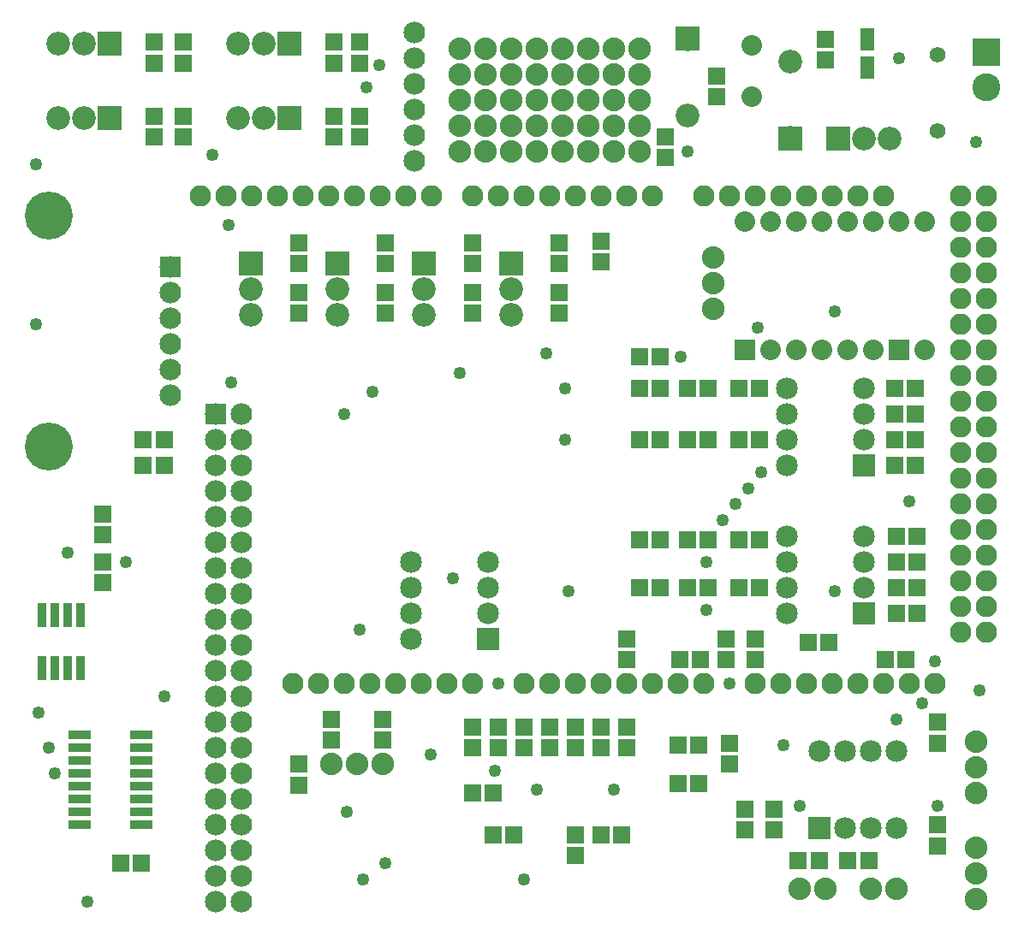
<source format=gts>
G04 MADE WITH FRITZING*
G04 WWW.FRITZING.ORG*
G04 DOUBLE SIDED*
G04 HOLES PLATED*
G04 CONTOUR ON CENTER OF CONTOUR VECTOR*
%ASAXBY*%
%FSLAX23Y23*%
%MOIN*%
%OFA0B0*%
%SFA1.0B1.0*%
%ADD10C,0.049370*%
%ADD11C,0.080000*%
%ADD12C,0.084000*%
%ADD13C,0.085000*%
%ADD14C,0.187165*%
%ADD15C,0.088000*%
%ADD16C,0.082917*%
%ADD17C,0.092000*%
%ADD18C,0.061496*%
%ADD19C,0.109055*%
%ADD20R,0.034000X0.097000*%
%ADD21R,0.065118X0.069055*%
%ADD22R,0.057244X0.088740*%
%ADD23R,0.090000X0.036000*%
%ADD24R,0.069055X0.065118*%
%ADD25R,0.085000X0.085000*%
%ADD26R,0.084000X0.084000*%
%ADD27R,0.080000X0.080000*%
%ADD28R,0.092000X0.092000*%
%ADD29R,0.109055X0.109055*%
%LNMASK1*%
G90*
G70*
G54D10*
X207Y1663D03*
X282Y301D03*
X94Y1038D03*
X2157Y1513D03*
X3432Y1013D03*
X3757Y1126D03*
X832Y2938D03*
X1282Y2201D03*
G54D11*
X2869Y3638D03*
X2869Y3438D03*
G54D10*
X157Y801D03*
X132Y901D03*
X1444Y451D03*
X1869Y813D03*
X2332Y738D03*
X1619Y876D03*
X1294Y651D03*
G54D12*
X1557Y3688D03*
X1557Y3588D03*
X1557Y3488D03*
X1557Y3388D03*
X1557Y3288D03*
X1557Y3188D03*
X1557Y3688D03*
X1557Y3588D03*
X1557Y3488D03*
X1557Y3388D03*
X1557Y3288D03*
X1557Y3188D03*
G54D13*
X1844Y1326D03*
X1544Y1326D03*
X1844Y1426D03*
X1544Y1426D03*
X1844Y1526D03*
X1544Y1526D03*
X1844Y1626D03*
X1544Y1626D03*
G54D10*
X432Y1626D03*
X3057Y676D03*
X3582Y1238D03*
G54D13*
X3307Y1426D03*
X3007Y1426D03*
X3307Y1526D03*
X3007Y1526D03*
X3307Y1626D03*
X3007Y1626D03*
X3307Y1726D03*
X3007Y1726D03*
X3307Y2001D03*
X3007Y2001D03*
X3307Y2101D03*
X3007Y2101D03*
X3307Y2201D03*
X3007Y2201D03*
X3307Y2301D03*
X3007Y2301D03*
G54D10*
X2619Y3226D03*
X1732Y2363D03*
X2069Y2438D03*
X1394Y2288D03*
X2807Y1851D03*
X2757Y1788D03*
X2857Y1913D03*
X2907Y1976D03*
X769Y3213D03*
X1369Y3476D03*
X1419Y3563D03*
X3594Y676D03*
X3532Y1076D03*
X2594Y2426D03*
X1357Y388D03*
G54D14*
X132Y2076D03*
X132Y2976D03*
G54D10*
X1982Y388D03*
X3194Y1513D03*
X1344Y1363D03*
X1882Y1151D03*
X82Y3176D03*
X2994Y913D03*
X582Y1101D03*
X2782Y1151D03*
X1707Y1563D03*
X3744Y3263D03*
X3194Y2601D03*
G54D12*
X607Y2776D03*
X607Y2676D03*
X607Y2576D03*
X607Y2476D03*
X607Y2376D03*
X607Y2276D03*
G54D10*
X2144Y2301D03*
X2144Y2101D03*
X3482Y1863D03*
X844Y2326D03*
G54D11*
X3544Y2951D03*
X3544Y2451D03*
X3444Y2951D03*
X3444Y2451D03*
X3344Y2951D03*
X3344Y2451D03*
X3244Y2951D03*
X3244Y2451D03*
X3144Y2951D03*
X3144Y2451D03*
X3044Y2951D03*
X3044Y2451D03*
X2944Y2951D03*
X2944Y2451D03*
X2844Y2951D03*
X2844Y2451D03*
G54D10*
X3444Y3588D03*
X2032Y738D03*
G54D15*
X1732Y3226D03*
X1732Y3326D03*
X1732Y3426D03*
X1732Y3526D03*
X1732Y3626D03*
X2432Y3226D03*
X2432Y3326D03*
X2432Y3426D03*
X2432Y3526D03*
X2432Y3626D03*
X2232Y3626D03*
X2232Y3526D03*
X2232Y3426D03*
X2032Y3426D03*
X2032Y3626D03*
X2032Y3526D03*
X2032Y3226D03*
X2032Y3326D03*
X1832Y3526D03*
X1832Y3626D03*
X2332Y3226D03*
X1932Y3626D03*
X1932Y3426D03*
X1932Y3226D03*
X1932Y3326D03*
X2332Y3626D03*
X2332Y3526D03*
X2332Y3426D03*
X1832Y3226D03*
X1832Y3326D03*
X2132Y3426D03*
X1932Y3526D03*
X2132Y3226D03*
X2132Y3326D03*
X1432Y838D03*
X1332Y838D03*
X1232Y838D03*
X2132Y3626D03*
X2132Y3526D03*
X2332Y3326D03*
X1832Y3426D03*
X2232Y3226D03*
X2232Y3326D03*
G54D10*
X2894Y2538D03*
X82Y2551D03*
G54D13*
X3132Y588D03*
X3132Y888D03*
X3232Y588D03*
X3232Y888D03*
X3332Y588D03*
X3332Y888D03*
X3432Y588D03*
X3432Y888D03*
G54D12*
X882Y2201D03*
X882Y2101D03*
X882Y2001D03*
X882Y1901D03*
X882Y1801D03*
X882Y1701D03*
X882Y1601D03*
X882Y1501D03*
X882Y1401D03*
X882Y1301D03*
X882Y1201D03*
X882Y1101D03*
X882Y1001D03*
X882Y901D03*
X882Y801D03*
X882Y701D03*
X882Y601D03*
X882Y501D03*
X882Y401D03*
X882Y301D03*
X782Y2201D03*
X782Y2101D03*
X782Y2001D03*
X782Y1901D03*
X782Y1801D03*
X782Y1701D03*
X782Y1601D03*
X782Y1501D03*
X782Y1401D03*
X782Y1301D03*
X782Y1201D03*
X782Y1101D03*
X782Y1001D03*
X782Y901D03*
X782Y801D03*
X782Y701D03*
X782Y601D03*
X782Y501D03*
X782Y401D03*
X782Y301D03*
G54D16*
X2982Y1151D03*
X1382Y1151D03*
X3082Y1151D03*
X3182Y1151D03*
X3282Y1151D03*
X3382Y1151D03*
X3682Y2551D03*
X3482Y1151D03*
X3582Y1151D03*
X1422Y3051D03*
X1982Y1151D03*
X2082Y1151D03*
X2182Y1151D03*
X2282Y1151D03*
X3682Y1751D03*
X2382Y1151D03*
X2482Y1151D03*
X2582Y1151D03*
X2682Y1151D03*
X2182Y3051D03*
X3682Y2951D03*
X3682Y2151D03*
X3682Y1351D03*
X1022Y3051D03*
X1782Y1151D03*
X1782Y3051D03*
X3682Y2751D03*
X3682Y2351D03*
X3682Y1951D03*
X3382Y3051D03*
X3682Y1551D03*
X3282Y3051D03*
X3182Y3051D03*
X3082Y3051D03*
X2982Y3051D03*
X2882Y3051D03*
X2782Y3051D03*
X2682Y3051D03*
X822Y3051D03*
X1222Y3051D03*
X1622Y3051D03*
X1182Y1151D03*
X1582Y1151D03*
X2382Y3051D03*
X1982Y3051D03*
X3682Y3051D03*
X3682Y2851D03*
X3682Y2651D03*
X3682Y2451D03*
X3682Y2251D03*
X3682Y2051D03*
X3682Y1851D03*
X3682Y1651D03*
X3682Y1451D03*
X722Y3051D03*
X922Y3051D03*
X1122Y3051D03*
X1322Y3051D03*
X1522Y3051D03*
X1082Y1151D03*
X1282Y1151D03*
X1482Y1151D03*
X1682Y1151D03*
X2482Y3051D03*
X2282Y3051D03*
X2082Y3051D03*
X1882Y3051D03*
X3782Y3051D03*
X3782Y2951D03*
X3782Y2851D03*
X3782Y2751D03*
X3782Y2651D03*
X3782Y2551D03*
X3782Y2451D03*
X3782Y2351D03*
X3782Y2251D03*
X3782Y2151D03*
X3782Y2051D03*
X3782Y1951D03*
X3782Y1851D03*
X3782Y1751D03*
X3782Y1651D03*
X3782Y1551D03*
X3782Y1451D03*
X3782Y1351D03*
X2882Y1151D03*
G54D17*
X1257Y2788D03*
X1257Y2688D03*
X1257Y2588D03*
X1932Y2788D03*
X1932Y2688D03*
X1932Y2588D03*
X1594Y2788D03*
X1594Y2688D03*
X1594Y2588D03*
X919Y2788D03*
X919Y2688D03*
X919Y2588D03*
G54D15*
X3744Y313D03*
X3744Y413D03*
X3744Y513D03*
X3744Y926D03*
X3744Y826D03*
X3744Y726D03*
X2719Y2813D03*
X2719Y2713D03*
X2719Y2613D03*
X3057Y351D03*
X3157Y351D03*
X3432Y351D03*
X3332Y351D03*
G54D17*
X3207Y3276D03*
X3307Y3276D03*
X3407Y3276D03*
X2619Y3663D03*
X2619Y3365D03*
X3019Y3278D03*
X3019Y3576D03*
G54D18*
X3594Y3305D03*
X3594Y3601D03*
X3594Y3305D03*
X3594Y3601D03*
G54D17*
X369Y3357D03*
X269Y3357D03*
X169Y3357D03*
X1069Y3645D03*
X969Y3645D03*
X869Y3645D03*
X369Y3645D03*
X269Y3645D03*
X169Y3645D03*
X1069Y3357D03*
X969Y3357D03*
X869Y3357D03*
G54D19*
X3782Y3613D03*
X3782Y3476D03*
G54D10*
X2694Y1438D03*
X2694Y1626D03*
G54D20*
X257Y1419D03*
X207Y1419D03*
X157Y1419D03*
X107Y1419D03*
X107Y1213D03*
X157Y1213D03*
X207Y1213D03*
X257Y1213D03*
G54D21*
X2619Y1526D03*
X2700Y1526D03*
X2619Y1713D03*
X2700Y1713D03*
X2619Y2101D03*
X2700Y2101D03*
X2619Y2301D03*
X2700Y2301D03*
X2432Y1526D03*
X2513Y1526D03*
X2432Y1713D03*
X2513Y1713D03*
X2432Y2101D03*
X2513Y2101D03*
X2432Y2301D03*
X2513Y2301D03*
G54D22*
X3319Y3551D03*
X3319Y3661D03*
G54D23*
X252Y951D03*
X252Y901D03*
X252Y851D03*
X252Y801D03*
X252Y751D03*
X252Y701D03*
X252Y651D03*
X252Y601D03*
X494Y601D03*
X494Y651D03*
X494Y701D03*
X494Y751D03*
X494Y801D03*
X494Y851D03*
X494Y901D03*
X494Y951D03*
G54D21*
X414Y451D03*
X494Y451D03*
G54D24*
X344Y1626D03*
X344Y1545D03*
G54D25*
X1844Y1326D03*
X3307Y1426D03*
X3307Y2001D03*
G54D24*
X2532Y3201D03*
X2532Y3281D03*
X3157Y3663D03*
X3157Y3582D03*
X2732Y3519D03*
X2732Y3438D03*
X344Y1813D03*
X344Y1732D03*
G54D21*
X501Y2101D03*
X582Y2101D03*
G54D24*
X1344Y3282D03*
X1344Y3363D03*
X1244Y3570D03*
X1244Y3651D03*
X1344Y3570D03*
X1344Y3651D03*
X1244Y3282D03*
X1244Y3363D03*
X657Y3570D03*
X657Y3651D03*
X544Y3570D03*
X544Y3651D03*
X657Y3282D03*
X657Y3363D03*
X544Y3282D03*
X544Y3363D03*
G54D21*
X3507Y2301D03*
X3426Y2301D03*
X3507Y2001D03*
X3426Y2001D03*
X3507Y2101D03*
X3426Y2101D03*
X3507Y2201D03*
X3426Y2201D03*
X2432Y2426D03*
X2513Y2426D03*
X3513Y1426D03*
X3432Y1426D03*
X3513Y1526D03*
X3432Y1526D03*
X3513Y1626D03*
X3432Y1626D03*
X3513Y1726D03*
X3432Y1726D03*
G54D24*
X1107Y2595D03*
X1107Y2676D03*
X1444Y2595D03*
X1444Y2676D03*
X1782Y2595D03*
X1782Y2676D03*
X2119Y2595D03*
X2119Y2676D03*
X1107Y2869D03*
X1107Y2788D03*
X1444Y2869D03*
X1444Y2788D03*
X1782Y2869D03*
X1782Y2788D03*
X2119Y2869D03*
X2119Y2788D03*
G54D21*
X2819Y2101D03*
X2900Y2101D03*
X2900Y2301D03*
X2819Y2301D03*
X1864Y563D03*
X1944Y563D03*
X2363Y563D03*
X2282Y563D03*
X501Y2001D03*
X582Y2001D03*
X3169Y1313D03*
X3089Y1313D03*
G54D24*
X2769Y1326D03*
X2769Y1245D03*
X2082Y901D03*
X2082Y981D03*
X1232Y932D03*
X1232Y1013D03*
X1107Y757D03*
X1107Y838D03*
X2282Y2795D03*
X2282Y2876D03*
X1982Y901D03*
X1982Y981D03*
G54D21*
X1863Y726D03*
X1782Y726D03*
G54D24*
X1782Y981D03*
X1782Y901D03*
G54D21*
X3469Y1247D03*
X3389Y1247D03*
G54D24*
X2382Y1245D03*
X2382Y1326D03*
X3594Y920D03*
X3594Y1001D03*
G54D21*
X3245Y463D03*
X3326Y463D03*
X3132Y463D03*
X3051Y463D03*
G54D24*
X3594Y520D03*
X3594Y601D03*
X2957Y662D03*
X2957Y581D03*
G54D26*
X607Y2776D03*
G54D27*
X2844Y2451D03*
X3444Y2451D03*
G54D25*
X3132Y588D03*
G54D26*
X782Y2201D03*
G54D28*
X1257Y2788D03*
X1932Y2788D03*
X1594Y2788D03*
X919Y2788D03*
X3207Y3276D03*
X2619Y3664D03*
X3019Y3277D03*
X369Y3357D03*
X1069Y3645D03*
X369Y3645D03*
X1069Y3357D03*
G54D29*
X3782Y3613D03*
G54D21*
X2582Y913D03*
X2663Y913D03*
X2582Y763D03*
X2663Y763D03*
G54D24*
X2844Y582D03*
X2844Y663D03*
X2182Y482D03*
X2182Y563D03*
X1882Y901D03*
X1882Y981D03*
X2182Y901D03*
X2182Y981D03*
X1432Y932D03*
X1432Y1013D03*
X2782Y838D03*
X2782Y919D03*
X2282Y901D03*
X2282Y981D03*
X2382Y901D03*
X2382Y981D03*
G54D21*
X2819Y1526D03*
X2900Y1526D03*
X2900Y1713D03*
X2819Y1713D03*
X2669Y1247D03*
X2589Y1247D03*
G54D24*
X2882Y1245D03*
X2882Y1326D03*
G04 End of Mask1*
M02*
</source>
